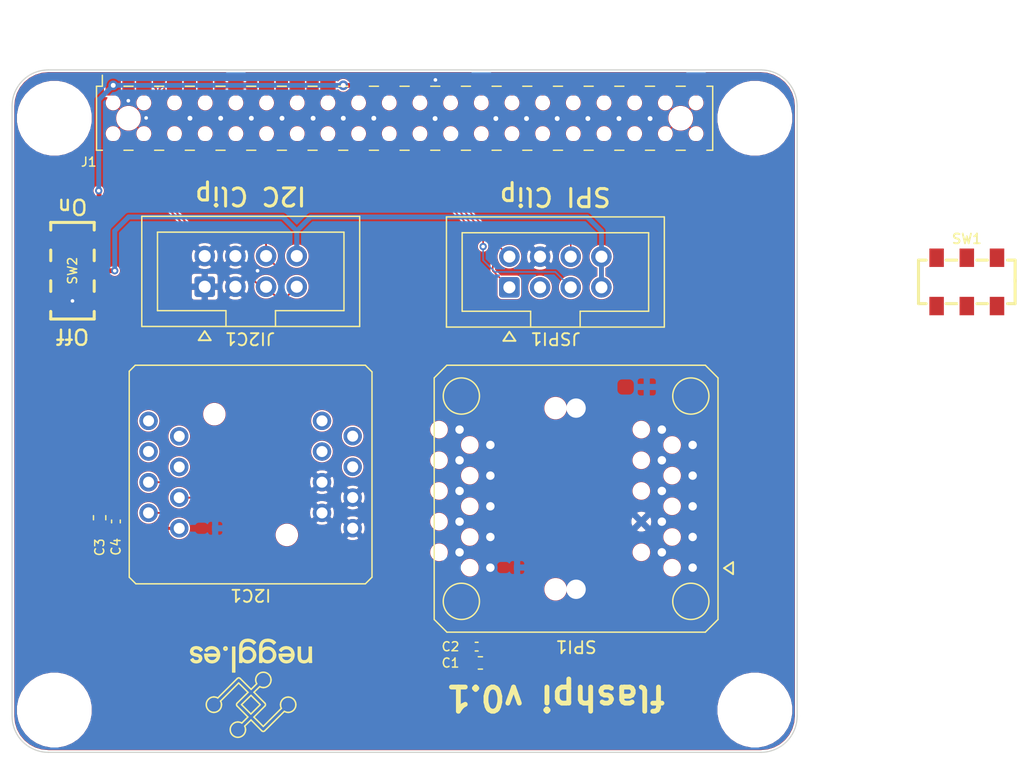
<source format=kicad_pcb>
(kicad_pcb (version 20210824) (generator pcbnew)
  (title_block (rev "1"))
  (layers (0 "F.Cu" signal "Front") (31 "B.Cu" signal "Back") (34 "B.Paste" user) (35 "F.Paste" user) (36 "B.SilkS" user "B.Silkscreen") (37 "F.SilkS" user "F.Silkscreen") (38 "B.Mask" user) (39 "F.Mask" user) (44 "Edge.Cuts" user))
  (net 0 "")
  (net 1 "GND")
  (net 2 "+3V3")
  (net 3 "/I2C_SCL")
  (net 4 "/I2C_SDA")
  (net 5 "/SPI_MOSI")
  (net 6 "/SPI_MISO")
  (net 7 "/SPI_CLK")
  (net 8 "/~{SPI_CS}")
  (net 9 "VCC")
  (net 10 "/~{WP}")
  (footprint "12-Collected-Footprints:RPi_Hat_Mounting_Hole" (layer "F.Cu") (at 186.5 79)
    (fp_text reference "H2" hide)
    (fp_text value "Pi" hide)
    (pad "" np_thru_hole circle locked (at 0 0) (size 2.75 2.75) (drill 2.75) (layers *.Cu *.Mask) (clearance 1.725))
  )
  (footprint "12-Collected-Footprints:RPi_Hat_Mounting_Hole" (layer "F.Cu") (at 128.5 128)
    (fp_text reference "H3" hide)
    (fp_text value "Pi" hide)
    (pad "" np_thru_hole circle locked (at 0 0) (size 2.75 2.75) (drill 2.75) (layers *.Cu *.Mask) (clearance 1.725))
  )
  (footprint "12-Collected-Footprints:RPi_Hat_Mounting_Hole" (layer "F.Cu") (at 186.5 128)
    (fp_text reference "H4" hide)
    (fp_text value "Pi" hide)
    (pad "" np_thru_hole circle locked (at 0 0) (size 2.75 2.75) (drill 2.75) (layers *.Cu *.Mask) (clearance 1.725))
  )
  (footprint "12-Collected-Footprints:RPi_Hat_Mounting_Hole" (layer "F.Cu") (at 128.5 79)
    (fp_text reference "H1" hide)
    (fp_text value "Pi" hide)
    (pad "" np_thru_hole circle locked (at 0 0) (size 2.75 2.75) (drill 2.75) (layers *.Cu *.Mask) (clearance 1.725))
  )
  (footprint "11-My-Edits:Samtec_HLE-120-02-xxx-DV-BE-A_2x20_P2.54mm_Horizontal_3D" (layer "F.Cu") (at 157.5 79)
    (fp_text reference "J1" (at -26.15 3.62) (layer "F.SilkS") (effects (font (size 0.75 0.75) (thickness 0.12))))
    (fp_text value "RPi_GPIO_Compact")
    (pad "" np_thru_hole circle locked (at 11.43 -1.27) (size 0.97 0.97) (drill 0.97) (layers *.Cu *.Mask))
    (pad "" np_thru_hole circle locked (at 3.81 1.27) (size 0.97 0.97) (drill 0.97) (layers *.Cu *.Mask))
    (pad "" np_thru_hole circle locked (at 3.81 -1.27) (size 0.97 0.97) (drill 0.97) (layers *.Cu *.Mask))
    (pad "" np_thru_hole circle locked (at 1.27 -1.27) (size 0.97 0.97) (drill 0.97) (layers *.Cu *.Mask))
    (pad "" np_thru_hole circle locked (at -6.35 -1.27) (size 0.97 0.97) (drill 0.97) (layers *.Cu *.Mask))
    (pad "" np_thru_hole circle locked (at 16.51 -1.27) (size 0.97 0.97) (drill 0.97) (layers *.Cu *.Mask))
    (pad "" np_thru_hole circle locked (at -13.97 1.27) (size 0.97 0.97) (drill 0.97) (layers *.Cu *.Mask))
    (pad "" np_thru_hole circle locked (at 24.13 1.27) (size 0.97 0.97) (drill 0.97) (layers *.Cu *.Mask))
    (pad "" np_thru_hole circle locked (at -3.81 -1.27) (size 0.97 0.97) (drill 0.97) (layers *.Cu *.Mask))
    (pad "" np_thru_hole circle locked (at 16.51 1.27) (size 0.97 0.97) (drill 0.97) (layers *.Cu *.Mask))
    (pad "" np_thru_hole circle locked (at -22.86 0) (size 1.78 1.78) (drill 1.78) (layers *.Cu *.Mask))
    (pad "" np_thru_hole circle locked (at -16.51 -1.27) (size 0.97 0.97) (drill 0.97) (layers *.Cu *.Mask))
    (pad "" np_thru_hole circle locked (at -24.13 -1.27) (size 0.97 0.97) (drill 0.97) (layers *.Cu *.Mask))
    (pad "" np_thru_hole circle locked (at 13.97 1.27) (size 0.97 0.97) (drill 0.97) (layers *.Cu *.Mask))
    (pad "" np_thru_hole circle locked (at 11.43 1.27) (size 0.97 0.97) (drill 0.97) (layers *.Cu *.Mask))
    (pad "" np_thru_hole circle locked (at -21.59 -1.27) (size 0.97 0.97) (drill 0.97) (layers *.Cu *.Mask))
    (pad "" np_thru_hole circle locked (at -19.05 -1.27) (size 0.97 0.97) (drill 0.97) (layers *.Cu *.Mask))
    (pad "" np_thru_hole circle locked (at -11.43 -1.27) (size 0.97 0.97) (drill 0.97) (layers *.Cu *.Mask))
    (pad "" np_thru_hole circle locked (at -8.89 -1.27) (size 0.97 0.97) (drill 0.97) (layers *.Cu *.Mask))
    (pad "" np_thru_hole circle locked (at 1.27 1.27) (size 0.97 0.97) (drill 0.97) (layers *.Cu *.Mask))
    (pad "" np_thru_hole circle locked (at -11.43 1.27) (size 0.97 0.97) (drill 0.97) (layers *.Cu *.Mask))
    (pad "" np_thru_hole circle locked (at -21.59 1.27) (size 0.97 0.97) (drill 0.97) (layers *.Cu *.Mask))
    (pad "" np_thru_hole circle locked (at 21.59 1.27) (size 0.97 0.97) (drill 0.97) (layers *.Cu *.Mask))
    (pad "" np_thru_hole circle locked (at -24.13 1.27) (size 0.97 0.97) (drill 0.97) (layers *.Cu *.Mask))
    (pad "" np_thru_hole circle locked (at 8.89 1.27) (size 0.97 0.97) (drill 0.97) (layers *.Cu *.Mask))
    (pad "" np_thru_hole circle locked (at 24.13 -1.27) (size 0.97 0.97) (drill 0.97) (layers *.Cu *.Mask))
    (pad "" np_thru_hole circle locked (at 21.59 -1.27) (size 0.97 0.97) (drill 0.97) (layers *.Cu *.Mask))
    (pad "" np_thru_hole circle locked (at 8.89 -1.27) (size 0.97 0.97) (drill 0.97) (layers *.Cu *.Mask))
    (pad "" np_thru_hole circle locked (at -1.27 1.27) (size 0.97 0.97) (drill 0.97) (layers *.Cu *.Mask))
    (pad "" np_thru_hole circle locked (at 19.05 -1.27) (size 0.97 0.97) (drill 0.97) (layers *.Cu *.Mask))
    (pad "" np_thru_hole circle locked (at 22.86 0) (size 1.78 1.78) (drill 1.78) (layers *.Cu *.Mask))
    (pad "" np_thru_hole circle locked (at -19.05 1.27) (size 0.97 0.97) (drill 0.97) (layers *.Cu *.Mask))
    (pad "" np_thru_hole circle locked (at -6.35 1.27) (size 0.97 0.97) (drill 0.97) (layers *.Cu *.Mask))
    (pad "" np_thru_hole circle locked (at -3.81 1.27) (size 0.97 0.97) (drill 0.97) (layers *.Cu *.Mask))
    (pad "" np_thru_hole circle locked (at -8.89 1.27) (size 0.97 0.97) (drill 0.97) (layers *.Cu *.Mask))
    (pad "" np_thru_hole circle locked (at 6.35 -1.27) (size 0.97 0.97) (drill 0.97) (layers *.Cu *.Mask))
    (pad "" np_thru_hole circle locked (at -1.27 -1.27) (size 0.97 0.97) (drill 0.97) (layers *.Cu *.Mask))
    (pad "" np_thru_hole circle locked (at -16.51 1.27) (size 0.97 0.97) (drill 0.97) (layers *.Cu *.Mask))
    (pad "" np_thru_hole circle locked (at -13.97 -1.27) (size 0.97 0.97) (drill 0.97) (layers *.Cu *.Mask))
    (pad "" np_thru_hole circle locked (at 13.97 -1.27) (size 0.97 0.97) (drill 0.97) (layers *.Cu *.Mask))
    (pad "" np_thru_hole circle locked (at 6.35 1.27) (size 0.97 0.97) (drill 0.97) (layers *.Cu *.Mask))
    (pad "" np_thru_hole circle locked (at 19.05 1.27) (size 0.97 0.97) (drill 0.97) (layers *.Cu *.Mask))
    (pad "1" smd rect locked (at -24.13 -2.72) (size 1.27 1.68) (layers "F.Cu" "F.Paste" "F.Mask") (net 2 "+3V3"))
    (pad "2" smd rect locked (at -24.13 2.72) (size 1.27 1.68) (layers "F.Cu" "F.Paste" "F.Mask"))
    (pad "3" smd rect locked (at -21.59 -2.72) (size 1.27 1.68) (layers "F.Cu" "F.Paste" "F.Mask") (net 4 "/I2C_SDA"))
    (pad "4" smd rect locked (at -21.59 2.72) (size 1.27 1.68) (layers "F.Cu" "F.Paste" "F.Mask"))
    (pad "5" smd rect locked (at -19.05 -2.72) (size 1.27 1.68) (layers "F.Cu" "F.Paste" "F.Mask") (net 3 "/I2C_SCL"))
    (pad "6" smd rect locked (at -19.05 2.72) (size 1.27 1.68) (layers "F.Cu" "F.Paste" "F.Mask") (net 1 "GND"))
    (pad "7" smd rect locked (at -16.51 -2.72) (size 1.27 1.68) (layers "F.Cu" "F.Paste" "F.Mask"))
    (pad "8" smd rect locked (at -16.51 2.72) (size 1.27 1.68) (layers "F.Cu" "F.Paste" "F.Mask"))
    (pad "9" smd rect locked (at -13.97 -2.72) (size 1.27 1.68) (layers "F.Cu" "F.Paste" "F.Mask") (net 1 "GND"))
    (pad "10" smd rect locked (at -13.97 2.72) (size 1.27 1.68) (layers "F.Cu" "F.Paste" "F.Mask"))
    (pad "11" smd rect locked (at -11.43 -2.72) (size 1.27 1.68) (layers "F.Cu" "F.Paste" "F.Mask"))
    (pad "12" smd rect locked (at -11.43 2.72) (size 1.27 1.68) (layers "F.Cu" "F.Paste" "F.Mask"))
    (pad "13" smd rect locked (at -8.89 -2.72) (size 1.27 1.68) (layers "F.Cu" "F.Paste" "F.Mask"))
    (pad "14" smd rect locked (at -8.89 2.72) (size 1.27 1.68) (layers "F.Cu" "F.Paste" "F.Mask") (net 1 "GND"))
    (pad "15" smd rect locked (at -6.35 -2.72) (size 1.27 1.68) (layers "F.Cu" "F.Paste" "F.Mask"))
    (pad "16" smd rect locked (at -6.35 2.72) (size 1.27 1.68) (layers "F.Cu" "F.Paste" "F.Mask"))
    (pad "17" smd rect locked (at -3.81 -2.72) (size 1.27 1.68) (layers "F.Cu" "F.Paste" "F.Mask") (net 2 "+3V3"))
    (pad "18" smd rect locked (at -3.81 2.72) (size 1.27 1.68) (layers "F.Cu" "F.Paste" "F.Mask"))
    (pad "19" smd rect locked (at -1.27 -2.72) (size 1.27 1.68) (layers "F.Cu" "F.Paste" "F.Mask") (net 5 "/SPI_MOSI"))
    (pad "20" smd rect locked (at -1.27 2.72) (size 1.27 1.68) (layers "F.Cu" "F.Paste" "F.Mask") (net 1 "GND"))
    (pad "21" smd rect locked (at 1.27 -2.72) (size 1.27 1.68) (layers "F.Cu" "F.Paste" "F.Mask") (net 6 "/SPI_MISO"))
    (pad "22" smd rect locked (at 1.27 2.72) (size 1.27 1.68) (layers "F.Cu" "F.Paste" "F.Mask"))
    (pad "23" smd rect locked (at 3.81 -2.72) (size 1.27 1.68) (layers "F.Cu" "F.Paste" "F.Mask") (net 7 "/SPI_CLK"))
    (pad "24" smd rect locked (at 3.81 2.72) (size 1.27 1.68) (layers "F.Cu" "F.Paste" "F.Mask") (net 8 "/~{SPI_CS}"))
    (pad "25" smd rect locked (at 6.35 -2.72) (size 1.27 1.68) (layers "F.Cu" "F.Paste" "F.Mask") (net 1 "GND"))
    (pad "26" smd rect locked (at 6.35 2.72) (size 1.27 1.68) (layers "F.Cu" "F.Paste" "F.Mask"))
    (pad "27" smd rect locked (at 8.89 -2.72) (size 1.27 1.68) (layers "F.Cu" "F.Paste" "F.Mask"))
    (pad "28" smd rect locked (at 8.89 2.72) (size 1.27 1.68) (layers "F.Cu" "F.Paste" "F.Mask"))
    (pad "29" smd rect locked (at 11.43 -2.72) (size 1.27 1.68) (layers "F.Cu" "F.Paste" "F.Mask"))
    (pad "30" smd rect locked (at 11.43 2.72) (size 1.27 1.68) (layers "F.Cu" "F.Paste" "F.Mask") (net 1 "GND"))
    (pad "31" smd rect locked (at 13.97 -2.72) (size 1.27 1.68) (layers "F.Cu" "F.Paste" "F.Mask"))
    (pad "32" smd rect locked (at 13.97 2.72) (size 1.27 1.68) (layers "F.Cu" "F.Paste" "F.Mask"))
    (pad "33" smd rect locked (at 16.51 -2.72) (size 1.27 1.68) (layers "F.Cu" "F.Paste" "F.Mask"))
    (pad "34" smd rect locked (at 16.51 2.72) (size 1.27 1.68) (layers "F.Cu" "F.Paste" "F.Mask") (net 1 "GND"))
    (pad "35" smd rect locked (at 19.05 -2.72) (size 1.27 1.68) (layers "F.Cu" "F.Paste" "F.Mask"))
    (pad "36" smd rect locked (at 19.05 2.72) (size 1.27 1.68) (layers "F.Cu" "F.Paste" "F.Mask"))
    (pad "37" smd rect locked (at 21.59 -2.72) (size 1.27 1.68) (layers "F.Cu" "F.Paste" "F.Mask"))
    (pad "38" smd rect locked (at 21.59 2.72) (size 1.27 1.68) (layers "F.Cu" "F.Paste" "F.Mask"))
    (pad "39" smd rect locked (at 24.13 -2.72) (size 1.27 1.68) (layers "F.Cu" "F.Paste" "F.Mask") (net 1 "GND"))
    (pad "40" smd rect locked (at 24.13 2.72) (size 1.27 1.68) (layers "F.Cu" "F.Paste" "F.Mask"))
  )
  (footprint "Capacitor_SMD:C_0603_1608Metric_Pad1.05x0.95mm_HandSolder" (layer "F.Cu") (at 163.775 124.1)
    (fp_text reference "C1" (at -2.475 0 -180) (layer "F.SilkS") (effects (font (size 0.75 0.75) (thickness 0.12))))
    (fp_text value "4.7uF")
    (pad "1" smd roundrect locked (at -0.875 0) (size 1.05 0.95) (layers "F.Cu" "F.Paste" "F.Mask") (net 9 "VCC"))
    (pad "2" smd roundrect locked (at 0.875 0) (size 1.05 0.95) (layers "F.Cu" "F.Paste" "F.Mask") (net 1 "GND"))
  )
  (footprint "Capacitor_SMD:C_0402_1005Metric_Pad0.74x0.62mm_HandSolder" (layer "F.Cu") (at 163.4675 122.75)
    (fp_text reference "C2" (at -2.1675 0 -180) (layer "F.SilkS") (effects (font (size 0.75 0.75) (thickness 0.12))))
    (fp_text value "0.1uF")
    (pad "1" smd roundrect locked (at -0.5675 0) (size 0.735 0.62) (layers "F.Cu" "F.Paste" "F.Mask") (net 9 "VCC"))
    (pad "2" smd roundrect locked (at 0.5675 0) (size 0.735 0.62) (layers "F.Cu" "F.Paste" "F.Mask") (net 1 "GND"))
  )
  (footprint "Connector_IDC:IDC-Header_2x04_P2.54mm_Vertical" (layer "F.Cu") (at 166.175 93 90)
    (fp_text reference "JSPI1" (at -4.25 3.825 180 unlocked) (layer "F.SilkS") (effects (font (thickness 0.1524))))
    (fp_text value "SPI Clip")
    (fp_text user "SPI Clip" (at 7.5 3.8 180 unlocked) (layer "F.SilkS") (effects (font (size 1.5 1.5) (thickness 0.25))))
    (pad "1" thru_hole roundrect locked (at 0 0 90) (size 1.7 1.7) (drill 1) (layers *.Cu *.Mask) (roundrect_rratio 0.147059) (net 8 "/~{SPI_CS}"))
    (pad "2" thru_hole circle locked (at 2.54 0 90) (size 1.7 1.7) (drill 1) (layers *.Cu *.Mask) (net 6 "/SPI_MISO"))
    (pad "3" thru_hole circle locked (at 0 2.54 90) (size 1.7 1.7) (drill 1) (layers *.Cu *.Mask) (net 10 "/~{WP}"))
    (pad "4" thru_hole circle locked (at 2.54 2.54 90) (size 1.7 1.7) (drill 1) (layers *.Cu *.Mask) (net 1 "GND"))
    (pad "5" thru_hole circle locked (at 0 5.08 90) (size 1.7 1.7) (drill 1) (layers *.Cu *.Mask) (net 5 "/SPI_MOSI"))
    (pad "6" thru_hole circle locked (at 2.54 5.08 90) (size 1.7 1.7) (drill 1) (layers *.Cu *.Mask) (net 7 "/SPI_CLK"))
    (pad "7" thru_hole circle locked (at 0 7.62 90) (size 1.7 1.7) (drill 1) (layers *.Cu *.Mask) (net 9 "VCC"))
    (pad "8" thru_hole circle locked (at 2.54 7.62 90) (size 1.7 1.7) (drill 1) (layers *.Cu *.Mask) (net 9 "VCC"))
  )
  (footprint "Connector_IDC:IDC-Header_2x04_P2.54mm_Vertical" (layer "F.Cu") (at 140.95 92.95 90)
    (fp_text reference "JI2C1" (at -4.3 3.75 180 unlocked) (layer "F.SilkS") (effects (font (thickness 0.1524))))
    (fp_text value "I2C Clip")
    (fp_text user "I2C Clip" (at 7.5 3.8 180 unlocked) (layer "F.SilkS") (effects (font (size 1.5 1.5) (thickness 0.25))))
    (pad "1" thru_hole roundrect locked (at 0 0 90) (size 1.7 1.7) (drill 1) (layers *.Cu *.Mask) (roundrect_rratio 0.147059) (net 1 "GND"))
    (pad "2" thru_hole circle locked (at 2.54 0 90) (size 1.7 1.7) (drill 1) (layers *.Cu *.Mask) (net 1 "GND"))
    (pad "3" thru_hole circle locked (at 0 2.54 90) (size 1.7 1.7) (drill 1) (layers *.Cu *.Mask) (net 1 "GND"))
    (pad "4" thru_hole circle locked (at 2.54 2.54 90) (size 1.7 1.7) (drill 1) (layers *.Cu *.Mask) (net 1 "GND") (thermal_gap 0.2))
    (pad "5" thru_hole circle locked (at 0 5.08 90) (size 1.7 1.7) (drill 1) (layers *.Cu *.Mask) (net 4 "/I2C_SDA"))
    (pad "6" thru_hole circle locked (at 2.54 5.08 90) (size 1.7 1.7) (drill 1) (layers *.Cu *.Mask) (net 3 "/I2C_SCL"))
    (pad "7" thru_hole circle locked (at 0 7.62 90) (size 1.7 1.7) (drill 1) (layers *.Cu *.Mask) (net 10 "/~{WP}"))
    (pad "8" thru_hole circle locked (at 2.54 7.62 90) (size 1.7 1.7) (drill 1) (layers *.Cu *.Mask) (net 9 "VCC"))
  )
  (footprint "11-My-Edits:Socket_ZIF_OTS-8(20)_1.27-01" (layer "F.Cu") (at 171.7 110.5 180)
    (fp_text reference "SPI1" (at 0 -12.25 180 unlocked) (layer "F.SilkS") (effects (font (thickness 0.1524))))
    (fp_text value "SPI ZIF socket")
    (pad "" np_thru_hole circle locked (at 0 -7.5 180) (size 1.6 1.6) (drill 1.6) (layers *.Cu *.Mask))
    (pad "" np_thru_hole circle locked (at 0 7.5) (size 1.6 1.6) (drill 1.6) (layers *.Cu *.Mask))
    (pad "1" thru_hole circle locked (at -9.65 -5.71 180) (size 1.2 1.2) (drill 0.7) (layers *.Cu *.Mask) (net 8 "/~{SPI_CS}"))
    (pad "2" thru_hole circle locked (at -7.1 -4.44 180) (size 1.2 1.2) (drill 0.7) (layers *.Cu *.Mask) (net 6 "/SPI_MISO"))
    (pad "3" thru_hole circle locked (at -9.65 -3.17 180) (size 1.2 1.2) (drill 0.7) (layers *.Cu *.Mask) (net 10 "/~{WP}"))
    (pad "4" thru_hole circle locked (at -7.1 -1.9 180) (size 1.2 1.2) (drill 0.7) (layers *.Cu *.Mask) (net 1 "GND"))
    (pad "5" thru_hole circle locked (at 9.65 -1.9 180) (size 1.2 1.2) (drill 0.7) (layers *.Cu *.Mask) (net 5 "/SPI_MOSI"))
    (pad "6" thru_hole circle locked (at 7.1 -3.17 180) (size 1.2 1.2) (drill 0.7) (layers *.Cu *.Mask) (net 7 "/SPI_CLK"))
    (pad "7" thru_hole circle locked (at 9.65 -4.44 180) (size 1.2 1.2) (drill 0.7) (layers *.Cu *.Mask) (net 9 "VCC"))
    (pad "8" thru_hole circle locked (at 7.1 -5.71 180) (size 1.2 1.2) (drill 0.7) (layers *.Cu *.Mask) (net 9 "VCC"))
    (pad "MP" thru_hole circle locked (at -7.1 3.18 180) (size 1.2 1.2) (drill 0.7) (layers *.Cu *.Mask))
    (pad "MP" thru_hole circle locked (at 7.1 4.45 180) (size 1.2 1.2) (drill 0.7) (layers *.Cu *.Mask))
    (pad "MP" thru_hole circle locked (at -7.1 0.64 180) (size 1.2 1.2) (drill 0.7) (layers *.Cu *.Mask))
    (pad "MP" thru_hole circle locked (at 9.65 3.18 180) (size 1.2 1.2) (drill 0.7) (layers *.Cu *.Mask))
    (pad "MP" thru_hole circle locked (at 9.65 0.64 180) (size 1.2 1.2) (drill 0.7) (layers *.Cu *.Mask))
    (pad "MP" thru_hole circle locked (at 7.1 -0.63 180) (size 1.2 1.2) (drill 0.7) (layers *.Cu *.Mask))
    (pad "MP" thru_hole circle locked (at -9.65 4.45 180) (size 1.2 1.2) (drill 0.7) (layers *.Cu *.Mask))
    (pad "MP" thru_hole circle locked (at -9.65 -0.63 180) (size 1.2 1.2) (drill 0.7) (layers *.Cu *.Mask))
    (pad "MP" thru_hole circle locked (at -7.1 5.72 180) (size 1.2 1.2) (drill 0.7) (layers *.Cu *.Mask))
    (pad "MP" thru_hole circle locked (at -9.65 1.91 180) (size 1.2 1.2) (drill 0.7) (layers *.Cu *.Mask))
    (pad "MP" thru_hole circle locked (at 9.65 5.72 180) (size 1.2 1.2) (drill 0.7) (layers *.Cu *.Mask))
    (pad "MP" thru_hole circle locked (at 7.1 1.91 180) (size 1.2 1.2) (drill 0.7) (layers *.Cu *.Mask))
  )
  (footprint "10-My-Footprints:Socket_ZIF_SOP_OTS-8(16)-1.27-03" (layer "F.Cu") (at 144.75 108.5 180)
    (fp_text reference "I2C1" (at 0 -10 180 unlocked) (layer "F.SilkS") (effects (font (thickness 0.1524))))
    (fp_text value "I2C ZIF Socket")
    (pad "" np_thru_hole circle locked (at 3 5 180) (size 1.6 1.6) (drill 1.6) (layers *.Cu *.Mask))
    (pad "" np_thru_hole circle locked (at -3 -5) (size 1.6 1.6) (drill 1.6) (layers *.Cu *.Mask))
    (pad "1" thru_hole circle locked (at -8.45 -4.445) (size 1.524 1.524) (drill 0.915) (layers *.Cu *.Mask) (net 1 "GND"))
    (pad "2" thru_hole circle locked (at -5.91 -3.175) (size 1.524 1.524) (drill 0.915) (layers *.Cu *.Mask) (net 1 "GND"))
    (pad "3" thru_hole circle locked (at -8.45 -1.905) (size 1.524 1.524) (drill 0.915) (layers *.Cu *.Mask) (net 1 "GND"))
    (pad "4" thru_hole circle locked (at -5.91 -0.635) (size 1.524 1.524) (drill 0.915) (layers *.Cu *.Mask) (net 1 "GND"))
    (pad "5" thru_hole circle locked (at 8.45 -0.635) (size 1.524 1.524) (drill 0.915) (layers *.Cu *.Mask) (net 4 "/I2C_SDA"))
    (pad "6" thru_hole circle locked (at 5.91 -1.915) (size 1.524 1.524) (drill 0.915) (layers *.Cu *.Mask) (net 3 "/I2C_SCL"))
    (pad "7" thru_hole circle locked (at 8.45 -3.175) (size 1.524 1.524) (drill 0.915) (layers *.Cu *.Mask) (net 10 "/~{WP}"))
    (pad "8" thru_hole circle locked (at 5.91 -4.455) (size 1.524 1.524) (drill 0.915) (layers *.Cu *.Mask) (net 9 "VCC"))
    (pad "MP" thru_hole circle locked (at -5.91 1.905) (size 1.524 1.524) (drill 0.915) (layers *.Cu *.Mask))
    (pad "MP" thru_hole circle locked (at 5.91 0.625) (size 1.524 1.524) (drill 0.915) (layers *.Cu *.Mask))
    (pad "MP" thru_hole circle locked (at -8.45 0.635) (size 1.524 1.524) (drill 0.915) (layers *.Cu *.Mask))
    (pad "MP" thru_hole circle locked (at 5.91 3.165) (size 1.524 1.524) (drill 0.915) (layers *.Cu *.Mask))
    (pad "MP" thru_hole circle locked (at -8.45 3.175) (size 1.524 1.524) (drill 0.915) (layers *.Cu *.Mask))
    (pad "MP" thru_hole circle locked (at 8.45 4.445) (size 1.524 1.524) (drill 0.915) (layers *.Cu *.Mask))
    (pad "MP" thru_hole circle locked (at 8.45 1.905) (size 1.524 1.524) (drill 0.915) (layers *.Cu *.Mask))
    (pad "MP" thru_hole circle locked (at -5.91 4.445) (size 1.524 1.524) (drill 0.915) (layers *.Cu *.Mask))
  )
  (footprint "10-My-Footprints:neggle-logo-0.12" (layer "F.Cu") (at 144.8 120.65 180)
    (fp_text reference "LOGO1" hide)
    (fp_text value "Logo_Open_Hardware_Small" hide)
  )
  (footprint "Capacitor_SMD:C_0603_1608Metric_Pad1.05x0.95mm_HandSolder" (layer "F.Cu") (at 132.25 112.075 90)
    (fp_text reference "C3" (at -2.45 0 90) (layer "F.SilkS") (effects (font (size 0.75 0.75) (thickness 0.12))))
    (fp_text value "4.7uF")
    (pad "1" smd roundrect locked (at -0.875 0 90) (size 1.05 0.95) (layers "F.Cu" "F.Paste" "F.Mask") (net 9 "VCC"))
    (pad "2" smd roundrect locked (at 0.875 0 90) (size 1.05 0.95) (layers "F.Cu" "F.Paste" "F.Mask") (net 1 "GND"))
  )
  (footprint "Capacitor_SMD:C_0402_1005Metric_Pad0.74x0.62mm_HandSolder" (layer "F.Cu") (at 133.6 112.3825 90)
    (fp_text reference "C4" (at -2.1 0 90) (layer "F.SilkS") (effects (font (size 0.75 0.75) (thickness 0.12))))
    (fp_text value "0.1uF")
    (pad "1" smd roundrect locked (at -0.5675 0 90) (size 0.735 0.62) (layers "F.Cu" "F.Paste" "F.Mask") (net 9 "VCC"))
    (pad "2" smd roundrect locked (at 0.5675 0 90) (size 0.735 0.62) (layers "F.Cu" "F.Paste" "F.Mask") (net 1 "GND"))
  )
  (footprint "40-EasyEDA-Scraper:SW-TH_SSSS213202" (layer "F.Cu") (at 130 91.625 -90)
    (fp_text reference "SW2" (at 0 0 90) (layer "F.SilkS") (effects (font (size 0.75 0.75) (thickness 0.12))))
    (fp_text value "POWER")
    (fp_text user "On" (at -5.3 0 180 unlocked) (layer "F.SilkS") (effects (font (size 1.25 1.25) (thickness 0.2))))
    (fp_text user "Off" (at 5.45 0 180 unlocked) (layer "F.SilkS") (effects (font (size 1.25 1.25) (thickness 0.2))))
    (pad "1" smd rect locked (at -2.5 -2 270) (size 1.2 1.524) (layers "F.Cu" "F.Paste" "F.Mask") (net 2 "+3V3"))
    (pad "2" smd rect locked (at 0 -2 270) (size 1.2 1.524) (layers "F.Cu" "F.Paste" "F.Mask") (net 9 "VCC"))
    (pad "3" smd rect locked (at 2.5 -2 270) (size 1.2 1.524) (layers "F.Cu" "F.Paste" "F.Mask") (net 1 "GND"))
    (pad "4" smd rect locked (at -2.5 2 270) (size 1.2 1.524) (layers "F.Cu" "F.Paste" "F.Mask") (net 2 "+3V3"))
    (pad "5" smd rect locked (at 0 2 270) (size 1.2 1.524) (layers "F.Cu" "F.Paste" "F.Mask") (net 9 "VCC"))
    (pad "6" smd rect locked (at 2.5 2 270) (size 1.2 1.524) (layers "F.Cu" "F.Paste" "F.Mask") (net 1 "GND"))
  )
  (footprint "40-EasyEDA-Scraper:SW-TH_SSSS213202" (layer "F.Cu") (at 204.05 92.55)
    (fp_text reference "SW1" (at 0 -3.562) (layer "F.SilkS") (effects (font (size 0.8 0.8) (thickness 0.1524))))
    (fp_text value "WRITE_PROTECT")
    (pad "1" smd rect locked (at -2.5 -2) (size 1.2 1.524) (layers "F.Cu" "F.Paste" "F.Mask") (net 9 "VCC"))
    (pad "2" smd rect locked (at 0 -2) (size 1.2 1.524) (layers "F.Cu" "F.Paste" "F.Mask"))
    (pad "3" smd rect locked (at 2.5 -2) (size 1.2 1.524) (layers "F.Cu" "F.Paste" "F.Mask") (net 1 "GND"))
    (pad "4" smd rect locked (at -2.5 2) (size 1.2 1.524) (layers "F.Cu" "F.Paste" "F.Mask") (net 9 "VCC"))
    (pad "5" smd rect locked (at 0 2) (size 1.2 1.524) (layers "F.Cu" "F.Paste" "F.Mask"))
    (pad "6" smd rect locked (at 2.5 2) (size 1.2 1.524) (layers "F.Cu" "F.Paste" "F.Mask") (net 1 "GND"))
  )
  (gr_arc (start 187 78) (end 187 75) (angle 90) (layer "Edge.Cuts") (width 0.1))
  (gr_line (start 125 94) (end 125 128.5) (layer "Edge.Cuts") (width 0.1))
  (gr_arc (start 128 78) (end 125 78) (angle 90) (layer "Edge.Cuts") (width 0.1))
  (gr_line (start 125 78) (end 125 94) (layer "Edge.Cuts") (width 0.1))
  (gr_arc (start 187 128.5) (end 190 128.5) (angle 90) (layer "Edge.Cuts") (width 0.1))
  (gr_arc (start 128 128.5) (end 128 131.5) (angle 90) (layer "Edge.Cuts") (width 0.1))
  (gr_line (start 190 78) (end 190 128.5) (angle 90) (layer "Edge.Cuts") (width 0.1))
  (gr_line (start 128 131.5) (end 187 131.5) (angle 90) (layer "Edge.Cuts") (width 0.1))
  (gr_line (start 128 75) (end 187 75) (angle 90) (layer "Edge.Cuts") (width 0.1))
  (gr_text "flashpi v0.1" (at 170 127 180) (layer "F.SilkS") (effects (font (size 2 2) (thickness 0.4))))
  (via (at 147.35 79) (size 0.8) (drill 0.4) (layers "F.Cu" "B.Cu") (net 1))
  (via (at 144.81 79) (size 0.8) (drill 0.4) (layers "F.Cu" "B.Cu") (net 1))
  (via (at 142.27 79) (size 0.8) (drill 0.4) (layers "F.Cu" "B.Cu") (net 1))
  (via (at 139.73 79) (size 0.8) (drill 0.4) (layers "F.Cu" "B.Cu") (net 1))
  (via (at 165.055 79.025) (size 0.8) (drill 0.4) (layers "F.Cu" "B.Cu") (net 1))
  (via (at 170.135 79.025) (size 0.8) (drill 0.4) (layers "F.Cu" "B.Cu") (net 1))
  (via (at 172.675 79.025) (size 0.8) (drill 0.4) (layers "F.Cu" "B.Cu") (net 1))
  (via (at 175.25 79.025) (size 0.8) (drill 0.4) (layers "F.Cu" "B.Cu") (net 1))
  (via (at 167.595 79.025) (size 0.8) (drill 0.4) (layers "F.Cu" "B.Cu") (net 1))
  (via (at 177.825 79.025) (size 0.8) (drill 0.4) (layers "F.Cu" "B.Cu") (net 1))
  (via (at 154.95 79) (size 0.8) (drill 0.4) (layers "F.Cu" "B.Cu") (net 1))
  (via (at 160.025 79.025) (size 0.8) (drill 0.4) (layers "F.Cu" "B.Cu") (net 1))
  (via (at 152.425 79) (size 0.8) (drill 0.4) (layers "F.Cu" "B.Cu") (net 1))
  (via (at 136.1 78.975) (size 0.6) (drill 0.3) (layers "F.Cu" "B.Cu") (net 1))
  (via (at 145.325 91.625) (size 0.6) (drill 0.3) (layers "F.Cu" "B.Cu") (net 1))
  (via (at 149.925 79) (size 0.8) (drill 0.4) (layers "F.Cu" "B.Cu") (net 1))
  (via (at 130 94.125) (size 0.6) (drill 0.3) (layers "F.Cu" "B.Cu") (net 1))
  (via (at 134.625 77.55) (size 0.6) (drill 0.3) (layers "F.Cu" "B.Cu") (net 1))
  (via (at 160.05 75.825) (size 0.6) (drill 0.3) (layers "F.Cu" "B.Cu") (net 1))
  (segment (start 132.2 85.025) (end 132.175 85) (width 0.4) (layer "F.Cu") (net 2))
  (segment (start 128 89.125) (end 132 89.125) (width 0.4) (layer "F.Cu") (net 2))
  (segment (start 132.2 88.925) (end 132.2 85.025) (width 0.4) (layer "F.Cu") (net 2))
  (segment (start 153.69 76.28) (end 152.43 76.28) (width 0.4) (layer "F.Cu") (net 2))
  (segment (start 152.43 76.28) (end 152.425 76.275) (width 0.4) (layer "F.Cu") (net 2))
  (via (at 152.425 76.275) (size 0.8) (drill 0.4) (layers "F.Cu" "B.Cu") (net 2))
  (via (at 133.375 76.275) (size 0.8) (drill 0.4) (layers "F.Cu" "B.Cu") (net 2))
  (via (at 132.175 85) (size 0.6) (drill 0.3) (layers "F.Cu" "B.Cu") (net 2))
  (segment (start 133.375 76.275) (end 152.425 76.275) (width 0.4) (layer "B.Cu") (net 2))
  (segment (start 133.375 76.275) (end 132.175 77.475) (width 0.4) (layer "B.Cu") (net 2))
  (segment (start 132.175 77.475) (end 132.175 85) (width 0.4) (layer "B.Cu") (net 2))
  (segment (start 146.03 89.405) (end 146.03 90.41) (width 0.1524) (layer "F.Cu") (net 3))
  (segment (start 147.320589 91.700589) (end 147.320589 103.979411) (width 0.1524) (layer "F.Cu") (net 3))
  (segment (start 138.45 76.28) (end 137.495 76.28) (width 0.1524) (layer "F.Cu") (net 3))
  (segment (start 137.2 76.575) (end 137.2 85.4) (width 0.1524) (layer "F.Cu") (net 3))
  (segment (start 137.495 76.28) (end 137.2 76.575) (width 0.1524) (layer "F.Cu") (net 3))
  (segment (start 147.320589 103.979411) (end 140.885 110.415) (width 0.1524) (layer "F.Cu") (net 3))
  (segment (start 140 88.2) (end 144.825 88.2) (width 0.1524) (layer "F.Cu") (net 3))
  (segment (start 137.2 85.4) (end 140 88.2) (width 0.1524) (layer "F.Cu") (net 3))
  (segment (start 146.03 90.41) (end 147.320589 91.700589) (width 0.1524) (layer "F.Cu") (net 3))
  (segment (start 140.885 110.415) (end 138.84 110.415) (width 0.1524) (layer "F.Cu") (net 3))
  (segment (start 144.825 88.2) (end 146.03 89.405) (width 0.1524) (layer "F.Cu") (net 3))
  (segment (start 145.55 92.95) (end 146.03 92.95) (width 0.1524) (layer "F.Cu") (net 4))
  (segment (start 144.7 89.070146) (end 144.7 92.1) (width 0.1524) (layer "F.Cu") (net 4))
  (segment (start 135.91 76.28) (end 136.63 76.28) (width 0.1524) (layer "F.Cu") (net 4))
  (segment (start 144.7 92.1) (end 145.55 92.95) (width 0.1524) (layer "F.Cu") (net 4))
  (segment (start 136.92059 85.515736) (end 139.884265 88.479411) (width 0.1524) (layer "F.Cu") (net 4))
  (segment (start 136.3 109.135) (end 141.769856 109.135) (width 0.1524) (layer "F.Cu") (net 4))
  (segment (start 144.109265 88.479411) (end 144.7 89.070146) (width 0.1524) (layer "F.Cu") (net 4))
  (segment (start 147.025 93.945) (end 146.03 92.95) (width 0.1524) (layer "F.Cu") (net 4))
  (segment (start 136.63 76.28) (end 136.92059 76.57059) (width 0.1524) (layer "F.Cu") (net 4))
  (segment (start 147.025 103.879856) (end 147.025 93.945) (width 0.1524) (layer "F.Cu") (net 4))
  (segment (start 141.769856 109.135) (end 147.025 103.879856) (width 0.1524) (layer "F.Cu") (net 4))
  (segment (start 136.92059 76.57059) (end 136.92059 85.515736) (width 0.1524) (layer "F.Cu") (net 4))
  (segment (start 139.884265 88.479411) (end 144.109265 88.479411) (width 0.1524) (layer "F.Cu") (net 4))
  (segment (start 161.125 83.125) (end 157.925 83.125) (width 0.127) (layer "F.Cu") (net 5))
  (segment (start 157.925 83.125) (end 157.55 82.75) (width 0.127) (layer "F.Cu") (net 5))
  (segment (start 164 89.074999) (end 161.59559 86.670589) (width 0.127) (layer "F.Cu") (net 5))
  (segment (start 161.59559 86.670589) (end 161.59559 83.59559) (width 0.127) (layer "F.Cu") (net 5))
  (segment (start 164 89.625) (end 164 89.074999) (width 0.127) (layer "F.Cu") (net 5))
  (segment (start 157.55 82.75) (end 157.55 76.825) (width 0.127) (layer "F.Cu") (net 5))
  (segment (start 161.59559 83.59559) (end 161.125 83.125) (width 0.127) (layer "F.Cu") (net 5))
  (segment (start 157.005 76.28) (end 156.23 76.28) (width 0.127) (layer "F.Cu") (net 5))
  (segment (start 157.55 76.825) (end 157.005 76.28) (width 0.127) (layer "F.Cu") (net 5))
  (via (at 164 89.625) (size 0.6) (drill 0.3) (layers "F.Cu" "B.Cu") (net 5))
  (segment (start 164 90.75) (end 164 89.625) (width 0.127) (layer "B.Cu") (net 5))
  (segment (start 171.255 93) (end 169.98 91.725) (width 0.127) (layer "B.Cu") (net 5))
  (segment (start 164.975 91.725) (end 164 90.75) (width 0.127) (layer "B.Cu") (net 5))
  (segment (start 169.98 91.725) (end 164.975 91.725) (width 0.127) (layer "B.Cu") (net 5))
  (segment (start 162.170589 86.455297) (end 166.175 90.459708) (width 0.127) (layer "F.Cu") (net 6))
  (segment (start 159.825 76.55) (end 159.825 77.75) (width 0.127) (layer "F.Cu") (net 6))
  (segment (start 158.77 76.28) (end 159.555 76.28) (width 0.127) (layer "F.Cu") (net 6))
  (segment (start 159.555 76.28) (end 159.825 76.55) (width 0.127) (layer "F.Cu") (net 6))
  (segment (start 159.825 77.75) (end 160.9 78.825) (width 0.127) (layer "F.Cu") (net 6))
  (segment (start 166.175 90.459708) (end 166.175 90.46) (width 0.127) (layer "F.Cu") (net 6))
  (segment (start 160.9 78.825) (end 161.425 78.825) (width 0.127) (layer "F.Cu") (net 6))
  (segment (start 162.170589 79.570589) (end 162.170589 86.455297) (width 0.127) (layer "F.Cu") (net 6))
  (segment (start 161.425 78.825) (end 162.170589 79.570589) (width 0.127) (layer "F.Cu") (net 6))
  (segment (start 161.31 76.28) (end 161.78 76.28) (width 0.127) (layer "F.Cu") (net 7))
  (segment (start 162.45 86.325) (end 164.9 88.775) (width 0.127) (layer "F.Cu") (net 7))
  (segment (start 164.9 88.775) (end 170.675 88.775) (width 0.127) (layer "F.Cu") (net 7))
  (segment (start 161.78 76.28) (end 162.45 76.95) (width 0.127) (layer "F.Cu") (net 7))
  (segment (start 171.255 89.355) (end 171.255 90.46) (width 0.127) (layer "F.Cu") (net 7))
  (segment (start 162.45 76.95) (end 162.45 86.325) (width 0.127) (layer "F.Cu") (net 7))
  (segment (start 170.675 88.775) (end 171.255 89.355) (width 0.127) (layer "F.Cu") (net 7))
  (segment (start 164.8 89.479854) (end 164.8 91.625) (width 0.127) (layer "F.Cu") (net 8))
  (segment (start 161.875 82.285) (end 161.875 86.554854) (width 0.127) (layer "F.Cu") (net 8))
  (segment (start 164.8 91.625) (end 166.175 93) (width 0.127) (layer "F.Cu") (net 8))
  (segment (start 161.875 86.554854) (end 164.8 89.479854) (width 0.127) (layer "F.Cu") (net 8))
  (segment (start 161.31 81.72) (end 161.875 82.285) (width 0.127) (layer "F.Cu") (net 8))
  (segment (start 138.84 112.955) (end 133.605 112.955) (width 0.254) (layer "F.Cu") (net 9))
  (segment (start 173.795 90.46) (end 173.795 93) (width 0.4) (layer "F.Cu") (net 9))
  (segment (start 128 91.625) (end 132 91.625) (width 0.4) (layer "F.Cu") (net 9))
  (segment (start 132 91.625) (end 133.5 91.625) (width 0.4) (layer "F.Cu") (net 9))
  (segment (start 133.6 112.95) (end 132.25 112.95) (width 0.254) (layer "F.Cu") (net 9))
  (segment (start 133.605 112.955) (end 133.6 112.95) (width 0.254) (layer "F.Cu") (net 9))
  (via (at 133.5 91.625) (size 0.6) (drill 0.3) (layers "F.Cu" "B.Cu") (net 9))
  (segment (start 147.425 87.175) (end 134.65 87.175) (width 0.4) (layer "B.Cu") (net 9))
  (segment (start 148.57 88.32) (end 147.425 87.175) (width 0.4) (layer "B.Cu") (net 9))
  (segment (start 148.57 90.41) (end 148.57 88.32) (width 0.4) (layer "B.Cu") (net 9))
  (segment (start 148.57 90.41) (end 148.585 90.425) (width 0.4) (layer "B.Cu") (net 9))
  (segment (start 173.795 93) (end 173.795 90.46) (width 0.4) (layer "B.Cu") (net 9))
  (segment (start 148.575 90.415) (end 148.575 88.325) (width 0.4) (layer "B.Cu") (net 9))
  (segment (start 173.795 90.445) (end 173.795 90.46) (width 0.4) (layer "B.Cu") (net 9))
  (segment (start 133.5 88.325) (end 133.5 91.625) (width 0.4) (layer "B.Cu") (net 9))
  (segment (start 149.725 87.175) (end 172.625 87.175) (width 0.4) (layer "B.Cu") (net 9))
  (segment (start 172.625 87.175) (end 173.8 88.35) (width 0.4) (layer "B.Cu") (net 9))
  (segment (start 138.845 112.95) (end 138.84 112.955) (width 0.254) (layer "B.Cu") (net 9))
  (segment (start 134.65 87.175) (end 133.5 88.325) (width 0.4) (layer "B.Cu") (net 9))
  (segment (start 148.57 90.41) (end 148.575 90.415) (width 0.4) (layer "B.Cu") (net 9))
  (segment (start 173.8 88.35) (end 173.8 90.44) (width 0.4) (layer "B.Cu") (net 9))
  (segment (start 173.8 90.44) (end 173.795 90.445) (width 0.4) (layer "B.Cu") (net 9))
  (segment (start 148.575 88.325) (end 149.725 87.175) (width 0.4) (layer "B.Cu") (net 9))
  (segment (start 168.475 93.26) (end 168.725 93.01) (width 0.127) (layer "F.Cu") (net 10))
  (segment (start 140.025 111.675) (end 147.6 104.1) (width 0.1524) (layer "F.Cu") (net 10))
  (segment (start 136.3 111.675) (end 140.025 111.675) (width 0.1524) (layer "F.Cu") (net 10))
  (segment (start 147.6 104.1) (end 147.6 93.92) (width 0.1524) (layer "F.Cu") (net 10))
  (segment (start 147.6 93.92) (end 148.57 92.95) (width 0.1524) (layer "F.Cu") (net 10))
  (segment (start 168.715 93) (end 168.725 93.01) (width 0.127) (layer "B.Cu") (net 10))
  (zone (net 1) (net_name "GND") (layer "F.Cu") (connect_pads (clearance 0.127)) (min_thickness 0.127) (fill yes (thermal_gap 0.225) (thermal_bridge_width 0.508) (smoothing fillet) (radius 0.1524))
    (polygon (pts (xy 191 132.5) (xy 124 132.5) (xy 124 74) (xy 191 74)))
  )
  (zone (net 1) (net_name "GND") (layer "B.Cu") (connect_pads (clearance 0.1524)) (min_thickness 0.127) (fill yes (thermal_gap 0.225) (thermal_bridge_width 0.508) (smoothing fillet) (radius 0.1524))
    (polygon (pts (xy 191 132.5) (xy 124 132.5) (xy 124 74) (xy 191 74)))
  )
)
</source>
